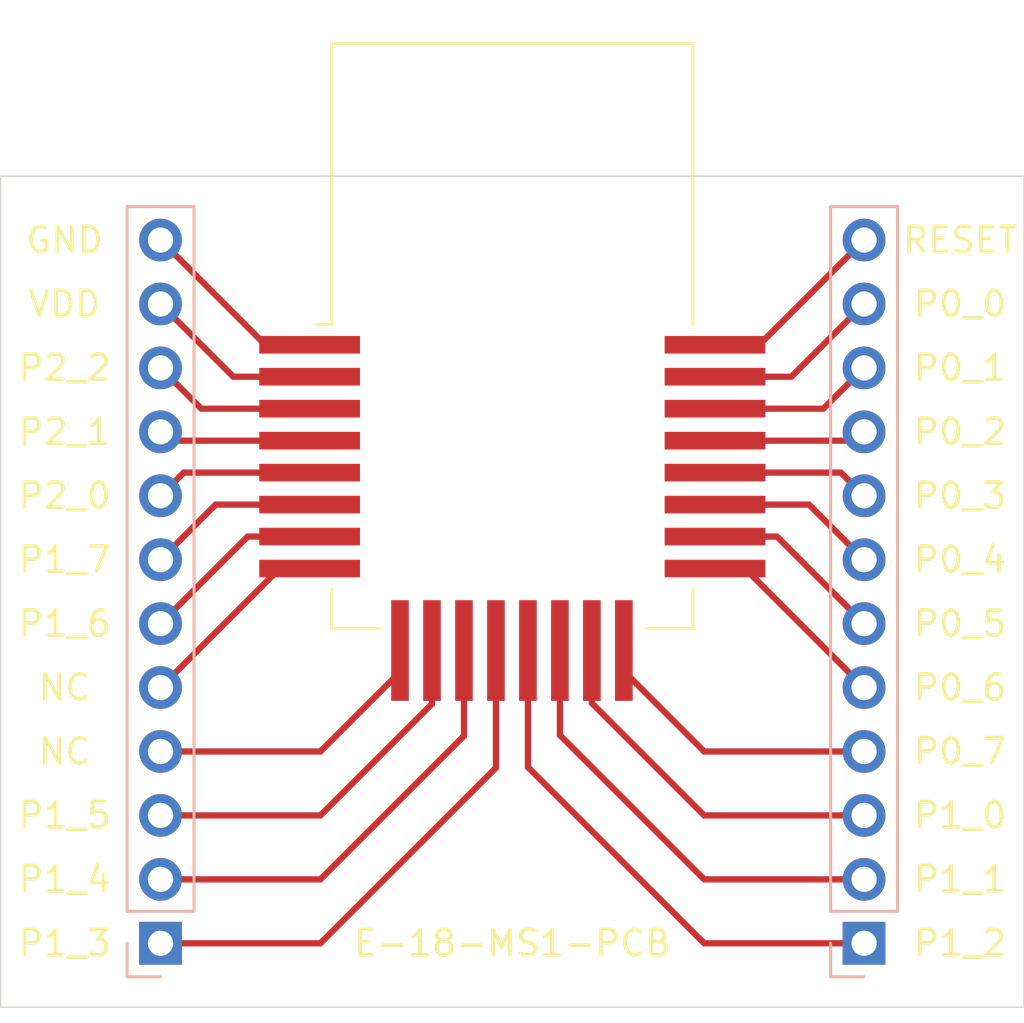
<source format=kicad_pcb>
(kicad_pcb (version 20171130) (host pcbnew 5.1.9-73d0e3b20d~88~ubuntu20.04.1)

  (general
    (thickness 1.6)
    (drawings 28)
    (tracks 56)
    (zones 0)
    (modules 3)
    (nets 1)
  )

  (page A4)
  (layers
    (0 F.Cu signal)
    (31 B.Cu signal)
    (32 B.Adhes user)
    (33 F.Adhes user)
    (34 B.Paste user)
    (35 F.Paste user)
    (36 B.SilkS user)
    (37 F.SilkS user)
    (38 B.Mask user)
    (39 F.Mask user)
    (40 Dwgs.User user)
    (41 Cmts.User user)
    (42 Eco1.User user)
    (43 Eco2.User user)
    (44 Edge.Cuts user)
    (45 Margin user)
    (46 B.CrtYd user)
    (47 F.CrtYd user)
    (48 B.Fab user)
    (49 F.Fab user)
  )

  (setup
    (last_trace_width 0.25)
    (trace_clearance 0.2)
    (zone_clearance 0.508)
    (zone_45_only no)
    (trace_min 0.2)
    (via_size 0.8)
    (via_drill 0.4)
    (via_min_size 0.4)
    (via_min_drill 0.3)
    (uvia_size 0.3)
    (uvia_drill 0.1)
    (uvias_allowed no)
    (uvia_min_size 0.2)
    (uvia_min_drill 0.1)
    (edge_width 0.05)
    (segment_width 0.2)
    (pcb_text_width 0.3)
    (pcb_text_size 1.5 1.5)
    (mod_edge_width 0.12)
    (mod_text_size 1 1)
    (mod_text_width 0.15)
    (pad_size 1.524 1.524)
    (pad_drill 0.762)
    (pad_to_mask_clearance 0)
    (aux_axis_origin 0 0)
    (visible_elements FFFFFF7F)
    (pcbplotparams
      (layerselection 0x3ffff_ffffffff)
      (usegerberextensions false)
      (usegerberattributes true)
      (usegerberadvancedattributes true)
      (creategerberjobfile true)
      (excludeedgelayer true)
      (linewidth 0.100000)
      (plotframeref false)
      (viasonmask false)
      (mode 1)
      (useauxorigin false)
      (hpglpennumber 1)
      (hpglpenspeed 20)
      (hpglpendiameter 15.000000)
      (psnegative false)
      (psa4output false)
      (plotreference true)
      (plotvalue true)
      (plotinvisibletext false)
      (padsonsilk false)
      (subtractmaskfromsilk false)
      (outputformat 1)
      (mirror false)
      (drillshape 0)
      (scaleselection 1)
      (outputdirectory "grab4/"))
  )

  (net 0 "")

  (net_class Default "This is the default net class."
    (clearance 0.2)
    (trace_width 0.25)
    (via_dia 0.8)
    (via_drill 0.4)
    (uvia_dia 0.3)
    (uvia_drill 0.1)
  )

  (module RF_Module:E18-MS1-PCB (layer F.Cu) (tedit 607AC108) (tstamp 6072F357)
    (at 130.81 39.37)
    (descr http://www.cdebyte.com/en/downpdf.aspx?id=122)
    (tags Zigbee)
    (attr smd)
    (fp_text reference E-18-MS1-PCB (at 0 24.13 180) (layer F.SilkS)
      (effects (font (size 1 1) (thickness 0.15)))
    )
    (fp_text value E18-MS1-PCB (at 0 -12.5 180) (layer F.Fab)
      (effects (font (size 1 1) (thickness 0.15)))
    )
    (fp_line (start 7.05 11.5) (end -7.05 11.5) (layer F.Fab) (width 0.1))
    (fp_line (start -7.05 -11.5) (end 7.05 -11.5) (layer F.Fab) (width 0.1))
    (fp_line (start 7.05 -11.5) (end 7.05 11.5) (layer F.Fab) (width 0.1))
    (fp_line (start 7.05 -6) (end -7.05 -6) (layer F.Fab) (width 0.1))
    (fp_line (start -8.3 12.75) (end -8.3 -11.75) (layer F.CrtYd) (width 0.05))
    (fp_line (start -8.3 -11.75) (end 8.3 -11.75) (layer F.CrtYd) (width 0.05))
    (fp_line (start 8.3 -11.75) (end 8.3 12.75) (layer F.CrtYd) (width 0.05))
    (fp_line (start 8.3 12.75) (end -8.3 12.75) (layer F.CrtYd) (width 0.05))
    (fp_line (start -7.17 11.62) (end -7.17 10.05) (layer F.SilkS) (width 0.12))
    (fp_line (start -7.17 11.62) (end -5.28 11.62) (layer F.SilkS) (width 0.12))
    (fp_line (start 5.28 11.62) (end 7.17 11.62) (layer F.SilkS) (width 0.12))
    (fp_line (start 7.17 11.62) (end 7.17 10.05) (layer F.SilkS) (width 0.12))
    (fp_line (start 7.17 -0.46) (end 7.17 -11.62) (layer F.SilkS) (width 0.12))
    (fp_line (start 7.17 -11.62) (end -7.17 -11.62) (layer F.SilkS) (width 0.12))
    (fp_line (start -7.17 -11.62) (end -7.17 -0.46) (layer F.SilkS) (width 0.12))
    (fp_line (start -7.05 -6) (end -7.05 -11.5) (layer Dwgs.User) (width 0.1))
    (fp_line (start -7.05 -11.5) (end 7.05 -11.5) (layer Dwgs.User) (width 0.1))
    (fp_line (start 7.05 -11.5) (end 7.05 -6) (layer Dwgs.User) (width 0.1))
    (fp_line (start 7.05 -6) (end -7.05 -6) (layer Dwgs.User) (width 0.1))
    (fp_line (start -6 -6) (end -7.05 -7.05) (layer Dwgs.User) (width 0.1))
    (fp_line (start -5 -6) (end -7.05 -8.05) (layer Dwgs.User) (width 0.1))
    (fp_line (start -4 -6) (end -7.05 -9.05) (layer Dwgs.User) (width 0.1))
    (fp_line (start -3 -6) (end -7.05 -10.05) (layer Dwgs.User) (width 0.1))
    (fp_line (start -2 -6) (end -7.05 -11.05) (layer Dwgs.User) (width 0.1))
    (fp_line (start -1 -6) (end -6.5 -11.5) (layer Dwgs.User) (width 0.1))
    (fp_line (start 0 -6) (end -5.5 -11.5) (layer Dwgs.User) (width 0.1))
    (fp_line (start 1 -6) (end -4.5 -11.5) (layer Dwgs.User) (width 0.1))
    (fp_line (start 2 -6) (end -3.5 -11.5) (layer Dwgs.User) (width 0.1))
    (fp_line (start 3 -6) (end -2.5 -11.5) (layer Dwgs.User) (width 0.1))
    (fp_line (start 4 -6) (end -1.5 -11.5) (layer Dwgs.User) (width 0.1))
    (fp_line (start 5 -6) (end -0.5 -11.5) (layer Dwgs.User) (width 0.1))
    (fp_line (start 6 -6) (end 0.5 -11.5) (layer Dwgs.User) (width 0.1))
    (fp_line (start 7 -6) (end 1.5 -11.5) (layer Dwgs.User) (width 0.1))
    (fp_line (start 2.5 -11.5) (end 7.05 -6.95) (layer Dwgs.User) (width 0.1))
    (fp_line (start 7.05 -7.95) (end 3.5 -11.5) (layer Dwgs.User) (width 0.1))
    (fp_line (start 4.5 -11.5) (end 7.05 -8.95) (layer Dwgs.User) (width 0.1))
    (fp_line (start 7.05 -9.95) (end 5.5 -11.5) (layer Dwgs.User) (width 0.1))
    (fp_line (start 6.5 -11.5) (end 7.05 -10.95) (layer Dwgs.User) (width 0.1))
    (fp_line (start -7.17 -0.46) (end -7.77 -0.46) (layer F.SilkS) (width 0.12))
    (fp_line (start -7.05 0) (end -6.7 0.35) (layer F.Fab) (width 0.1))
    (fp_line (start -6.7 0.35) (end -7.05 0.7) (layer F.Fab) (width 0.1))
    (fp_line (start -7.05 -11.5) (end -7.05 0) (layer F.Fab) (width 0.1))
    (fp_line (start -7.05 0.7) (end -7.05 11.5) (layer F.Fab) (width 0.1))
    (fp_text user "on any PCB layer." (at 0 -7 180) (layer Cmts.User)
      (effects (font (size 0.4 0.4) (thickness 0.06)))
    )
    (fp_text user "No metal, traces, or components" (at 0 -8 180) (layer Cmts.User)
      (effects (font (size 0.4 0.4) (thickness 0.06)))
    )
    (fp_text user "KEEP-OUT ZONE" (at 0 -10 180) (layer Cmts.User)
      (effects (font (size 1 1) (thickness 0.15)))
    )
    (fp_text user %R (at 0 0 180) (layer F.Fab)
      (effects (font (size 1 1) (thickness 0.15)))
    )
    (pad 8 smd rect (at -8.05 9.24 270) (size 0.7 4) (layers F.Cu F.Paste F.Mask))
    (pad 7 smd rect (at -8.05 7.97 270) (size 0.7 4) (layers F.Cu F.Paste F.Mask))
    (pad 6 smd rect (at -8.05 6.7 270) (size 0.7 4) (layers F.Cu F.Paste F.Mask))
    (pad 5 smd rect (at -8.05 5.43 270) (size 0.7 4) (layers F.Cu F.Paste F.Mask))
    (pad 4 smd rect (at -8.05 4.16 270) (size 0.7 4) (layers F.Cu F.Paste F.Mask))
    (pad 3 smd rect (at -8.05 2.89 270) (size 0.7 4) (layers F.Cu F.Paste F.Mask))
    (pad 2 smd rect (at -8.05 1.62 270) (size 0.7 4) (layers F.Cu F.Paste F.Mask))
    (pad 1 smd rect (at -8.05 0.35 270) (size 0.7 4) (layers F.Cu F.Paste F.Mask))
    (pad 16 smd rect (at 4.43 12.5 180) (size 0.7 4) (layers F.Cu F.Paste F.Mask))
    (pad 15 smd rect (at 3.16 12.5 180) (size 0.7 4) (layers F.Cu F.Paste F.Mask))
    (pad 14 smd rect (at 1.89 12.5 180) (size 0.7 4) (layers F.Cu F.Paste F.Mask))
    (pad 13 smd rect (at 0.62 12.5 180) (size 0.7 4) (layers F.Cu F.Paste F.Mask))
    (pad 12 smd rect (at -0.65 12.5 180) (size 0.7 4) (layers F.Cu F.Paste F.Mask))
    (pad 11 smd rect (at -1.92 12.5 180) (size 0.7 4) (layers F.Cu F.Paste F.Mask))
    (pad 10 smd rect (at -3.19 12.5 180) (size 0.7 4) (layers F.Cu F.Paste F.Mask))
    (pad 9 smd rect (at -4.46 12.5 180) (size 0.7 4) (layers F.Cu F.Paste F.Mask))
    (pad 24 smd rect (at 8.05 0.35 90) (size 0.7 4) (layers F.Cu F.Paste F.Mask))
    (pad 23 smd rect (at 8.05 1.62 90) (size 0.7 4) (layers F.Cu F.Paste F.Mask))
    (pad 22 smd rect (at 8.05 2.89 90) (size 0.7 4) (layers F.Cu F.Paste F.Mask))
    (pad 21 smd rect (at 8.05 4.16 90) (size 0.7 4) (layers F.Cu F.Paste F.Mask))
    (pad 20 smd rect (at 8.05 5.43 90) (size 0.7 4) (layers F.Cu F.Paste F.Mask))
    (pad 19 smd rect (at 8.05 6.7 90) (size 0.7 4) (layers F.Cu F.Paste F.Mask))
    (pad 18 smd rect (at 8.05 7.97 90) (size 0.7 4) (layers F.Cu F.Paste F.Mask))
    (pad 17 smd rect (at 8.05 9.24 90) (size 0.7 4) (layers F.Cu F.Paste F.Mask))
    (model ${KISYS3DMOD}/RF_Module.3dshapes/E18-MS1-PCB.wrl
      (at (xyz 0 0 0))
      (scale (xyz 1 1 1))
      (rotate (xyz 0 0 0))
    )
  )

  (module Connector_PinHeader_2.54mm:PinHeader_1x12_P2.54mm_Vertical (layer B.Cu) (tedit 59FED5CC) (tstamp 60731739)
    (at 144.78 63.5)
    (descr "Through hole straight pin header, 1x12, 2.54mm pitch, single row")
    (tags "Through hole pin header THT 1x12 2.54mm single row")
    (fp_text reference " " (at 0 2.33) (layer B.SilkS)
      (effects (font (size 1 1) (thickness 0.15)) (justify mirror))
    )
    (fp_text value " " (at 0 -30.27) (layer B.Fab)
      (effects (font (size 1 1) (thickness 0.15)) (justify mirror))
    )
    (fp_line (start -0.635 1.27) (end 1.27 1.27) (layer B.Fab) (width 0.1))
    (fp_line (start 1.27 1.27) (end 1.27 -29.21) (layer B.Fab) (width 0.1))
    (fp_line (start 1.27 -29.21) (end -1.27 -29.21) (layer B.Fab) (width 0.1))
    (fp_line (start -1.27 -29.21) (end -1.27 0.635) (layer B.Fab) (width 0.1))
    (fp_line (start -1.27 0.635) (end -0.635 1.27) (layer B.Fab) (width 0.1))
    (fp_line (start -1.33 -29.27) (end 1.33 -29.27) (layer B.SilkS) (width 0.12))
    (fp_line (start -1.33 -1.27) (end -1.33 -29.27) (layer B.SilkS) (width 0.12))
    (fp_line (start 1.33 -1.27) (end 1.33 -29.27) (layer B.SilkS) (width 0.12))
    (fp_line (start -1.33 -1.27) (end 1.33 -1.27) (layer B.SilkS) (width 0.12))
    (fp_line (start -1.33 0) (end -1.33 1.33) (layer B.SilkS) (width 0.12))
    (fp_line (start -1.33 1.33) (end 0 1.33) (layer B.SilkS) (width 0.12))
    (fp_line (start -1.8 1.8) (end -1.8 -29.75) (layer B.CrtYd) (width 0.05))
    (fp_line (start -1.8 -29.75) (end 1.8 -29.75) (layer B.CrtYd) (width 0.05))
    (fp_line (start 1.8 -29.75) (end 1.8 1.8) (layer B.CrtYd) (width 0.05))
    (fp_line (start 1.8 1.8) (end -1.8 1.8) (layer B.CrtYd) (width 0.05))
    (fp_text user %R (at 0 -13.97 -90) (layer B.Fab)
      (effects (font (size 1 1) (thickness 0.15)) (justify mirror))
    )
    (pad 12 thru_hole oval (at 0 -27.94) (size 1.7 1.7) (drill 1) (layers *.Cu *.Mask))
    (pad 11 thru_hole oval (at 0 -25.4) (size 1.7 1.7) (drill 1) (layers *.Cu *.Mask))
    (pad 10 thru_hole oval (at 0 -22.86) (size 1.7 1.7) (drill 1) (layers *.Cu *.Mask))
    (pad 9 thru_hole oval (at 0 -20.32) (size 1.7 1.7) (drill 1) (layers *.Cu *.Mask))
    (pad 8 thru_hole oval (at 0 -17.78) (size 1.7 1.7) (drill 1) (layers *.Cu *.Mask))
    (pad 7 thru_hole oval (at 0 -15.24) (size 1.7 1.7) (drill 1) (layers *.Cu *.Mask))
    (pad 6 thru_hole oval (at 0 -12.7) (size 1.7 1.7) (drill 1) (layers *.Cu *.Mask))
    (pad 5 thru_hole oval (at 0 -10.16) (size 1.7 1.7) (drill 1) (layers *.Cu *.Mask))
    (pad 4 thru_hole oval (at 0 -7.62) (size 1.7 1.7) (drill 1) (layers *.Cu *.Mask))
    (pad 3 thru_hole oval (at 0 -5.08) (size 1.7 1.7) (drill 1) (layers *.Cu *.Mask))
    (pad 2 thru_hole oval (at 0 -2.54) (size 1.7 1.7) (drill 1) (layers *.Cu *.Mask))
    (pad 1 thru_hole rect (at 0 0) (size 1.7 1.7) (drill 1) (layers *.Cu *.Mask))
    (model ${KISYS3DMOD}/Connector_PinHeader_2.54mm.3dshapes/PinHeader_1x12_P2.54mm_Vertical.wrl
      (at (xyz 0 0 0))
      (scale (xyz 1 1 1))
      (rotate (xyz 0 0 0))
    )
  )

  (module Connector_PinHeader_2.54mm:PinHeader_1x12_P2.54mm_Vertical (layer B.Cu) (tedit 59FED5CC) (tstamp 607316BC)
    (at 116.84 63.5)
    (descr "Through hole straight pin header, 1x12, 2.54mm pitch, single row")
    (tags "Through hole pin header THT 1x12 2.54mm single row")
    (fp_text reference " " (at 0 2.33) (layer B.SilkS)
      (effects (font (size 1 1) (thickness 0.15)) (justify mirror))
    )
    (fp_text value " " (at 0 -30.27) (layer B.Fab)
      (effects (font (size 1 1) (thickness 0.15)) (justify mirror))
    )
    (fp_line (start -0.635 1.27) (end 1.27 1.27) (layer B.Fab) (width 0.1))
    (fp_line (start 1.27 1.27) (end 1.27 -29.21) (layer B.Fab) (width 0.1))
    (fp_line (start 1.27 -29.21) (end -1.27 -29.21) (layer B.Fab) (width 0.1))
    (fp_line (start -1.27 -29.21) (end -1.27 0.635) (layer B.Fab) (width 0.1))
    (fp_line (start -1.27 0.635) (end -0.635 1.27) (layer B.Fab) (width 0.1))
    (fp_line (start -1.33 -29.27) (end 1.33 -29.27) (layer B.SilkS) (width 0.12))
    (fp_line (start -1.33 -1.27) (end -1.33 -29.27) (layer B.SilkS) (width 0.12))
    (fp_line (start 1.33 -1.27) (end 1.33 -29.27) (layer B.SilkS) (width 0.12))
    (fp_line (start -1.33 -1.27) (end 1.33 -1.27) (layer B.SilkS) (width 0.12))
    (fp_line (start -1.33 0) (end -1.33 1.33) (layer B.SilkS) (width 0.12))
    (fp_line (start -1.33 1.33) (end 0 1.33) (layer B.SilkS) (width 0.12))
    (fp_line (start -1.8 1.8) (end -1.8 -29.75) (layer B.CrtYd) (width 0.05))
    (fp_line (start -1.8 -29.75) (end 1.8 -29.75) (layer B.CrtYd) (width 0.05))
    (fp_line (start 1.8 -29.75) (end 1.8 1.8) (layer B.CrtYd) (width 0.05))
    (fp_line (start 1.8 1.8) (end -1.8 1.8) (layer B.CrtYd) (width 0.05))
    (fp_text user %R (at 0 -13.97 -90) (layer B.Fab)
      (effects (font (size 1 1) (thickness 0.15)) (justify mirror))
    )
    (pad 12 thru_hole oval (at 0 -27.94) (size 1.7 1.7) (drill 1) (layers *.Cu *.Mask))
    (pad 11 thru_hole oval (at 0 -25.4) (size 1.7 1.7) (drill 1) (layers *.Cu *.Mask))
    (pad 10 thru_hole oval (at 0 -22.86) (size 1.7 1.7) (drill 1) (layers *.Cu *.Mask))
    (pad 9 thru_hole oval (at 0 -20.32) (size 1.7 1.7) (drill 1) (layers *.Cu *.Mask))
    (pad 8 thru_hole oval (at 0 -17.78) (size 1.7 1.7) (drill 1) (layers *.Cu *.Mask))
    (pad 7 thru_hole oval (at 0 -15.24) (size 1.7 1.7) (drill 1) (layers *.Cu *.Mask))
    (pad 6 thru_hole oval (at 0 -12.7) (size 1.7 1.7) (drill 1) (layers *.Cu *.Mask))
    (pad 5 thru_hole oval (at 0 -10.16) (size 1.7 1.7) (drill 1) (layers *.Cu *.Mask))
    (pad 4 thru_hole oval (at 0 -7.62) (size 1.7 1.7) (drill 1) (layers *.Cu *.Mask))
    (pad 3 thru_hole oval (at 0 -5.08) (size 1.7 1.7) (drill 1) (layers *.Cu *.Mask))
    (pad 2 thru_hole oval (at 0 -2.54) (size 1.7 1.7) (drill 1) (layers *.Cu *.Mask))
    (pad 1 thru_hole rect (at 0 0) (size 1.7 1.7) (drill 1) (layers *.Cu *.Mask))
    (model ${KISYS3DMOD}/Connector_PinHeader_2.54mm.3dshapes/PinHeader_1x12_P2.54mm_Vertical.wrl
      (at (xyz 0 0 0))
      (scale (xyz 1 1 1))
      (rotate (xyz 0 0 0))
    )
  )

  (gr_line (start 151.13 66.04) (end 151.13 33.02) (layer Edge.Cuts) (width 0.05) (tstamp 607ADBB1))
  (gr_line (start 110.49 66.04) (end 151.13 66.04) (layer Edge.Cuts) (width 0.05))
  (gr_line (start 110.49 33.02) (end 110.49 66.04) (layer Edge.Cuts) (width 0.05))
  (gr_line (start 151.13 33.02) (end 110.49 33.02) (layer Edge.Cuts) (width 0.05))
  (gr_text P0_0 (at 148.59 38.1) (layer F.SilkS)
    (effects (font (size 1 1) (thickness 0.15)))
  )
  (gr_text P0_1 (at 148.59 40.64) (layer F.SilkS)
    (effects (font (size 1 1) (thickness 0.15)))
  )
  (gr_text P0_2 (at 148.59 43.18) (layer F.SilkS)
    (effects (font (size 1 1) (thickness 0.15)))
  )
  (gr_text P0_3 (at 148.59 45.72) (layer F.SilkS)
    (effects (font (size 1 1) (thickness 0.15)))
  )
  (gr_text P0_4 (at 148.59 48.26) (layer F.SilkS)
    (effects (font (size 1 1) (thickness 0.15)))
  )
  (gr_text P0_5 (at 148.59 50.8) (layer F.SilkS)
    (effects (font (size 1 1) (thickness 0.15)))
  )
  (gr_text P0_6 (at 148.59 53.34) (layer F.SilkS)
    (effects (font (size 1 1) (thickness 0.15)))
  )
  (gr_text RESET (at 148.59 35.56) (layer F.SilkS)
    (effects (font (size 1 1) (thickness 0.15)))
  )
  (gr_text P0_7 (at 148.59 55.88) (layer F.SilkS)
    (effects (font (size 1 1) (thickness 0.15)))
  )
  (gr_text P1_0 (at 148.59 58.42) (layer F.SilkS)
    (effects (font (size 1 1) (thickness 0.15)))
  )
  (gr_text P1_1 (at 148.59 60.96) (layer F.SilkS)
    (effects (font (size 1 1) (thickness 0.15)))
  )
  (gr_text P1_2 (at 148.59 63.5) (layer F.SilkS)
    (effects (font (size 1 1) (thickness 0.15)))
  )
  (gr_text P1_3 (at 113.03 63.5) (layer F.SilkS)
    (effects (font (size 1 1) (thickness 0.15)))
  )
  (gr_text P1_4 (at 113.03 60.96) (layer F.SilkS)
    (effects (font (size 1 1) (thickness 0.15)))
  )
  (gr_text P1_5 (at 113.03 58.42) (layer F.SilkS)
    (effects (font (size 1 1) (thickness 0.15)))
  )
  (gr_text NC (at 113.03 55.88) (layer F.SilkS)
    (effects (font (size 1 1) (thickness 0.15)))
  )
  (gr_text NC (at 113.03 53.34) (layer F.SilkS)
    (effects (font (size 1 1) (thickness 0.15)))
  )
  (gr_text P1_6 (at 113.03 50.8) (layer F.SilkS)
    (effects (font (size 1 1) (thickness 0.15)))
  )
  (gr_text P1_7 (at 113.03 48.26) (layer F.SilkS)
    (effects (font (size 1 1) (thickness 0.15)))
  )
  (gr_text P2_0 (at 113.03 45.72) (layer F.SilkS)
    (effects (font (size 1 1) (thickness 0.15)))
  )
  (gr_text P2_2 (at 113.03 40.64) (layer F.SilkS)
    (effects (font (size 1 1) (thickness 0.15)))
  )
  (gr_text VDD (at 113.03 38.1) (layer F.SilkS)
    (effects (font (size 1 1) (thickness 0.15)))
  )
  (gr_text GND (at 113.03 35.56) (layer F.SilkS)
    (effects (font (size 1 1) (thickness 0.15)))
  )
  (gr_text P2_1 (at 113.03 43.18) (layer F.SilkS)
    (effects (font (size 1 1) (thickness 0.15)))
  )

  (segment (start 121 39.72) (end 116.84 35.56) (width 0.25) (layer F.Cu) (net 0))
  (segment (start 123.76 39.72) (end 121 39.72) (width 0.25) (layer F.Cu) (net 0))
  (segment (start 119.73 40.99) (end 116.84 38.1) (width 0.25) (layer F.Cu) (net 0))
  (segment (start 123.76 40.99) (end 119.73 40.99) (width 0.25) (layer F.Cu) (net 0))
  (segment (start 118.46 42.26) (end 116.84 40.64) (width 0.25) (layer F.Cu) (net 0))
  (segment (start 123.76 42.26) (end 118.46 42.26) (width 0.25) (layer F.Cu) (net 0))
  (segment (start 117.19 43.53) (end 116.84 43.18) (width 0.25) (layer F.Cu) (net 0))
  (segment (start 123.76 43.53) (end 117.19 43.53) (width 0.25) (layer F.Cu) (net 0))
  (segment (start 117.76 44.8) (end 116.84 45.72) (width 0.25) (layer F.Cu) (net 0))
  (segment (start 123.76 44.8) (end 117.76 44.8) (width 0.25) (layer F.Cu) (net 0))
  (segment (start 119.03 46.07) (end 116.84 48.26) (width 0.25) (layer F.Cu) (net 0))
  (segment (start 123.76 46.07) (end 119.03 46.07) (width 0.25) (layer F.Cu) (net 0))
  (segment (start 120.3 47.34) (end 116.84 50.8) (width 0.25) (layer F.Cu) (net 0))
  (segment (start 123.76 47.34) (end 120.3 47.34) (width 0.25) (layer F.Cu) (net 0))
  (segment (start 121.57 48.61) (end 116.84 53.34) (width 0.25) (layer F.Cu) (net 0))
  (segment (start 123.76 48.61) (end 121.57 48.61) (width 0.25) (layer F.Cu) (net 0))
  (segment (start 140.62 39.72) (end 144.78 35.56) (width 0.25) (layer F.Cu) (net 0))
  (segment (start 137.86 39.72) (end 140.62 39.72) (width 0.25) (layer F.Cu) (net 0))
  (segment (start 141.89 40.99) (end 144.78 38.1) (width 0.25) (layer F.Cu) (net 0))
  (segment (start 137.86 40.99) (end 141.89 40.99) (width 0.25) (layer F.Cu) (net 0))
  (segment (start 144.43 43.53) (end 144.78 43.18) (width 0.25) (layer F.Cu) (net 0))
  (segment (start 137.86 43.53) (end 144.43 43.53) (width 0.25) (layer F.Cu) (net 0))
  (segment (start 143.16 42.26) (end 144.78 40.64) (width 0.25) (layer F.Cu) (net 0))
  (segment (start 137.86 42.26) (end 143.16 42.26) (width 0.25) (layer F.Cu) (net 0))
  (segment (start 143.86 44.8) (end 144.78 45.72) (width 0.25) (layer F.Cu) (net 0))
  (segment (start 137.86 44.8) (end 143.86 44.8) (width 0.25) (layer F.Cu) (net 0))
  (segment (start 142.59 46.07) (end 144.78 48.26) (width 0.25) (layer F.Cu) (net 0))
  (segment (start 137.86 46.07) (end 142.59 46.07) (width 0.25) (layer F.Cu) (net 0))
  (segment (start 141.32 47.34) (end 144.78 50.8) (width 0.25) (layer F.Cu) (net 0))
  (segment (start 137.86 47.34) (end 141.32 47.34) (width 0.25) (layer F.Cu) (net 0))
  (segment (start 140.05 48.61) (end 144.78 53.34) (width 0.25) (layer F.Cu) (net 0))
  (segment (start 137.86 48.61) (end 140.05 48.61) (width 0.25) (layer F.Cu) (net 0))
  (segment (start 135.24 50.87) (end 135.24 52.69) (width 0.25) (layer F.Cu) (net 0))
  (segment (start 138.43 55.88) (end 144.78 55.88) (width 0.25) (layer F.Cu) (net 0))
  (segment (start 135.24 52.69) (end 138.43 55.88) (width 0.25) (layer F.Cu) (net 0))
  (segment (start 133.97 50.87) (end 133.97 53.96) (width 0.25) (layer F.Cu) (net 0))
  (segment (start 138.43 58.42) (end 144.78 58.42) (width 0.25) (layer F.Cu) (net 0))
  (segment (start 133.97 53.96) (end 138.43 58.42) (width 0.25) (layer F.Cu) (net 0))
  (segment (start 132.7 50.87) (end 132.7 55.23) (width 0.25) (layer F.Cu) (net 0))
  (segment (start 138.43 60.96) (end 144.78 60.96) (width 0.25) (layer F.Cu) (net 0))
  (segment (start 132.7 55.23) (end 138.43 60.96) (width 0.25) (layer F.Cu) (net 0))
  (segment (start 131.43 50.87) (end 131.43 56.5) (width 0.25) (layer F.Cu) (net 0))
  (segment (start 138.43 63.5) (end 144.78 63.5) (width 0.25) (layer F.Cu) (net 0))
  (segment (start 131.43 56.5) (end 138.43 63.5) (width 0.25) (layer F.Cu) (net 0))
  (segment (start 130.16 50.87) (end 130.16 56.53) (width 0.25) (layer F.Cu) (net 0))
  (segment (start 123.19 63.5) (end 116.84 63.5) (width 0.25) (layer F.Cu) (net 0))
  (segment (start 130.16 56.53) (end 123.19 63.5) (width 0.25) (layer F.Cu) (net 0))
  (segment (start 128.89 50.87) (end 128.89 55.26) (width 0.25) (layer F.Cu) (net 0))
  (segment (start 123.19 60.96) (end 116.84 60.96) (width 0.25) (layer F.Cu) (net 0))
  (segment (start 128.89 55.26) (end 123.19 60.96) (width 0.25) (layer F.Cu) (net 0))
  (segment (start 127.62 50.87) (end 127.62 53.99) (width 0.25) (layer F.Cu) (net 0))
  (segment (start 123.19 58.42) (end 116.84 58.42) (width 0.25) (layer F.Cu) (net 0))
  (segment (start 127.62 53.99) (end 123.19 58.42) (width 0.25) (layer F.Cu) (net 0))
  (segment (start 126.35 50.87) (end 126.35 52.72) (width 0.25) (layer F.Cu) (net 0))
  (segment (start 123.19 55.88) (end 116.84 55.88) (width 0.25) (layer F.Cu) (net 0))
  (segment (start 126.35 52.72) (end 123.19 55.88) (width 0.25) (layer F.Cu) (net 0))

)

</source>
